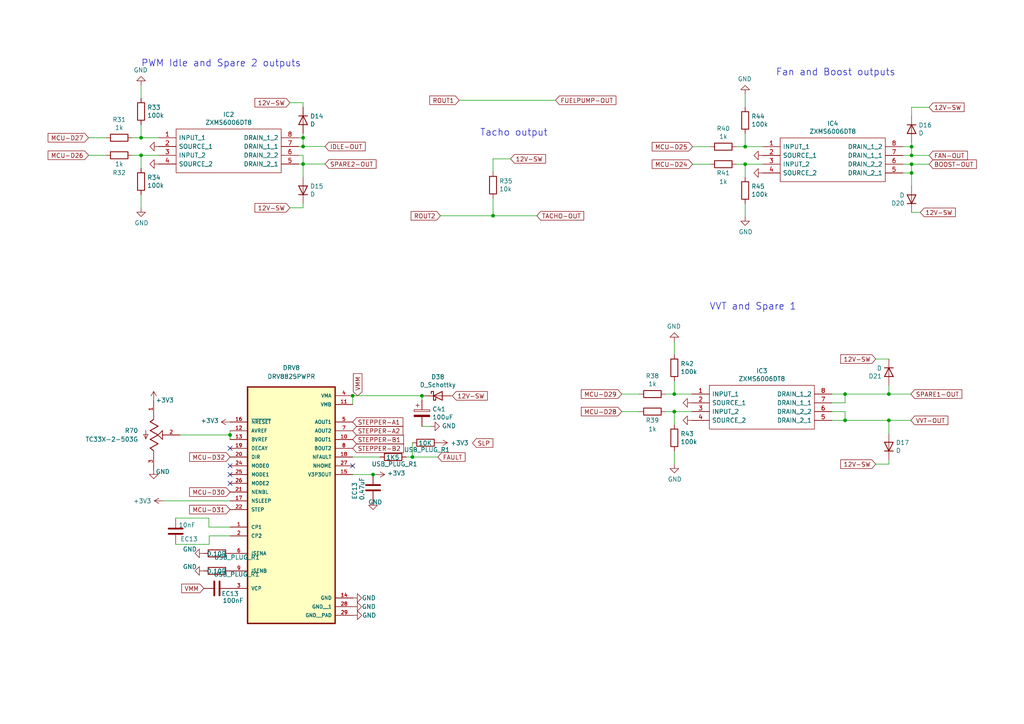
<source format=kicad_sch>
(kicad_sch (version 20230121) (generator eeschema)
  (paper "A4")
  (lib_symbols
    (symbol "AeonLabs_IC:DRV8825PWPR" (pin_names (offset 1.016))
      (property "Reference" "U" (at -12.7 34.02 0))
      (property "Value" "DRV8825PWPR" (at -12.7 -39.56 0))
      (symbol "DRV8825PWPR_0_0"
        (rectangle (start -12.7 -35.56) (end 12.7 33.02) (stroke (width 0.41)) (fill (type background)))
        (pin bidirectional line (at -17.78 -7.62 0) (length 5.08) (name "CP1") (number "1"))
        (pin output line (at 17.78 17.78 180) (length 5.08) (name "BOUT1") (number "10"))
        (pin power_in line (at 17.78 27.94 180) (length 5.08) (name "VMB") (number "11"))
        (pin input line (at -17.78 20.32 0) (length 5.08) (name "AVREF") (number "12"))
        (pin input line (at -17.78 17.78 0) (length 5.08) (name "BVREF") (number "13"))
        (pin power_in line (at 17.8562 -28.1686 180) (length 5.08) (name "GND") (number "14"))
        (pin output line (at 17.78 7.62 180) (length 5.08) (name "V3P3OUT") (number "15"))
        (pin input line (at -17.78 22.86 0) (length 5.08) (name "~{NRESET}") (number "16"))
        (pin input line (at -17.78 0 0) (length 5.08) (name "NSLEEP") (number "17"))
        (pin output line (at 17.78 12.7 180) (length 5.08) (name "NFAULT") (number "18"))
        (pin input line (at -17.78 15.24 0) (length 5.08) (name "DECAY") (number "19"))
        (pin bidirectional line (at -17.78 -10.16 0) (length 5.08) (name "CP2") (number "2"))
        (pin input line (at -17.78 12.7 0) (length 5.08) (name "DIR") (number "20"))
        (pin input line (at -17.78 2.54 0) (length 5.08) (name "NENBL") (number "21"))
        (pin input line (at -17.78 -2.54 0) (length 5.08) (name "STEP") (number "22"))
        (pin input line (at -17.78 10.16 0) (length 5.08) (name "MODE0") (number "24"))
        (pin input line (at -17.78 7.62 0) (length 5.08) (name "MODE1") (number "25"))
        (pin input line (at -17.78 5.08 0) (length 5.08) (name "MODE2") (number "26"))
        (pin output line (at 17.78 10.16 180) (length 5.08) (name "NHOME") (number "27"))
        (pin power_in line (at 17.8562 -30.7086 180) (length 5.08) (name "GND__1") (number "28"))
        (pin bidirectional line (at -17.78 -25.4 0) (length 5.08) (name "VCP") (number "3"))
        (pin power_in line (at 17.78 30.48 180) (length 5.08) (name "VMA") (number "4"))
        (pin output line (at 17.78 22.86 180) (length 5.08) (name "AOUT1") (number "5"))
        (pin bidirectional line (at -17.78 -15.24 0) (length 5.08) (name "ISENA") (number "6"))
        (pin output line (at 17.78 20.32 180) (length 5.08) (name "AOUT2") (number "7"))
        (pin output line (at 17.78 15.24 180) (length 5.08) (name "BOUT2") (number "8"))
        (pin bidirectional line (at -17.78 -20.32 0) (length 5.08) (name "ISENB") (number "9"))
      )
      (symbol "DRV8825PWPR_1_0"
        (pin power_in line (at 17.8816 -33.1978 180) (length 5.08) (name "GND__PAD") (number "29"))
      )
    )
    (symbol "AeonLabs_Power:Trimmer_Potentiometer_3x3mm_TC33X-2-503G" (pin_names (offset 1.016))
      (property "Reference" "R" (at 3.0511 3.8139 0))
      (property "Value" "TC33X-2-503G" (at 2.5421 -5.0842 0))
      (symbol "Trimmer_Potentiometer_3x3mm_TC33X-2-503G_0_0"
        (polyline (pts (xy -4.572 0) (xy -5.08 0)) (stroke (width 0.1524)))
        (polyline (pts (xy -3.81 -1.016) (xy -4.572 0)) (stroke (width 0.254)))
        (polyline (pts (xy -2.54 1.27) (xy -3.81 -1.016)) (stroke (width 0.254)))
        (polyline (pts (xy -1.397 -2.286) (xy 1.143 -2.286)) (stroke (width 0.1524)))
        (polyline (pts (xy -1.27 -1.016) (xy -2.54 1.27)) (stroke (width 0.254)))
        (polyline (pts (xy -1.27 2.54) (xy 1.27 2.54)) (stroke (width 0.2032)))
        (polyline (pts (xy -0.127 -2.921) (xy -0.127 -1.651)) (stroke (width 0.1524)))
        (polyline (pts (xy -0.127 -1.651) (xy 1.143 -2.286)) (stroke (width 0.1524)))
        (polyline (pts (xy 0 1.27) (xy -1.27 -1.016)) (stroke (width 0.254)))
        (polyline (pts (xy 0 1.27) (xy -1.27 2.54)) (stroke (width 0.2032)))
        (polyline (pts (xy 1.143 -2.286) (xy -0.127 -2.921)) (stroke (width 0.1524)))
        (polyline (pts (xy 1.27 -1.016) (xy 0 1.27)) (stroke (width 0.254)))
        (polyline (pts (xy 1.27 2.54) (xy 0 1.27)) (stroke (width 0.2032)))
        (polyline (pts (xy 2.54 1.27) (xy 1.27 -1.016)) (stroke (width 0.254)))
        (polyline (pts (xy 3.81 -1.016) (xy 2.54 1.27)) (stroke (width 0.254)))
        (polyline (pts (xy 4.572 0) (xy 3.81 -1.016)) (stroke (width 0.254)))
        (polyline (pts (xy 5.08 0) (xy 4.572 0)) (stroke (width 0.1524)))
        (pin passive line (at 0 7.62 270) (length 5.08) (name "~") (number "2"))
        (pin passive line (at 10.16 0 180) (length 5.08) (name "~") (number "3"))
      )
      (symbol "Trimmer_Potentiometer_3x3mm_TC33X-2-503G_1_0"
        (pin passive line (at -10.0838 0 0) (length 5.08) (name "") (number "1"))
      )
    )
    (symbol "Device:C" (pin_numbers hide) (pin_names (offset 0.254))
      (property "Reference" "C" (at 0.635 2.54 0))
      (property "Value" "C" (at 0.635 -2.54 0))
      (symbol "C_0_1"
        (polyline (pts (xy -2.032 -0.762) (xy 2.032 -0.762)) (stroke (width 0.508)))
        (polyline (pts (xy -2.032 0.762) (xy 2.032 0.762)) (stroke (width 0.508)))
      )
      (symbol "C_1_1"
        (pin passive line (at 0 3.81 270) (length 2.794) (name "~") (number "1"))
        (pin passive line (at 0 -3.81 90) (length 2.794) (name "~") (number "2"))
      )
    )
    (symbol "Device:CP" (pin_numbers hide) (pin_names (offset 0.254))
      (property "Reference" "C" (at 0.635 2.54 0))
      (property "Value" "Device_CP" (at 0.635 -2.54 0))
      (symbol "CP_0_1"
        (rectangle (start -2.286 0.508) (end 2.286 1.016))
        (polyline (pts (xy -1.778 2.286) (xy -0.762 2.286)))
        (polyline (pts (xy -1.27 2.794) (xy -1.27 1.778)))
        (rectangle (start 2.286 -0.508) (end -2.286 -1.016) (fill (type outline)))
      )
      (symbol "CP_1_1"
        (pin passive line (at 0 3.81 270) (length 2.794) (name "~") (number "1"))
        (pin passive line (at 0 -3.81 90) (length 2.794) (name "~") (number "2"))
      )
    )
    (symbol "Device:D" (pin_numbers hide) (pin_names (offset 1.016) hide)
      (property "Reference" "D" (at 0 2.54 0))
      (property "Value" "D" (at 0 -2.54 0))
      (symbol "D_0_1"
        (polyline (pts (xy -1.27 1.27) (xy -1.27 -1.27)) (stroke (width 0.254)))
        (polyline (pts (xy 1.27 0) (xy -1.27 0)))
        (polyline (pts (xy 1.27 1.27) (xy 1.27 -1.27) (xy -1.27 0) (xy 1.27 1.27)) (stroke (width 0.254)))
      )
      (symbol "D_1_1"
        (pin passive line (at -3.81 0 0) (length 2.54) (name "K") (number "1"))
        (pin passive line (at 3.81 0 180) (length 2.54) (name "A") (number "2"))
      )
    )
    (symbol "Device:D_Schottky" (pin_numbers hide) (pin_names (offset 1.016) hide)
      (property "Reference" "D" (at 0 2.54 0))
      (property "Value" "D_Schottky" (at 0 -2.54 0))
      (symbol "D_Schottky_0_1"
        (polyline (pts (xy 1.27 0) (xy -1.27 0)))
        (polyline (pts (xy 1.27 1.27) (xy 1.27 -1.27) (xy -1.27 0) (xy 1.27 1.27)) (stroke (width 0.254)))
        (polyline (pts (xy -1.905 0.635) (xy -1.905 1.27) (xy -1.27 1.27) (xy -1.27 -1.27) (xy -0.635 -1.27) (xy -0.635 -0.635)) (stroke (width 0.254)))
      )
      (symbol "D_Schottky_1_1"
        (pin passive line (at -3.81 0 0) (length 2.54) (name "K") (number "1"))
        (pin passive line (at 3.81 0 180) (length 2.54) (name "A") (number "2"))
      )
    )
    (symbol "Device:R" (pin_numbers hide) (pin_names (offset 0))
      (property "Reference" "R" (at 2.032 0 90))
      (property "Value" "R" (at 0 0 90))
      (symbol "R_0_1"
        (rectangle (start -1.016 -2.54) (end 1.016 2.54) (stroke (width 0.254)))
      )
      (symbol "R_1_1"
        (pin passive line (at 0 3.81 270) (length 1.27) (name "~") (number "1"))
        (pin passive line (at 0 -3.81 90) (length 1.27) (name "~") (number "2"))
      )
    )
    (symbol "IC_Automotive:ZXMS6006DT8" (pin_names (offset 0.762))
      (property "Reference" "IC" (at 36.83 7.62 0))
      (property "Value" "ZXMS6006DT8" (at 36.83 5.08 0))
      (symbol "ZXMS6006DT8_0_0"
        (pin passive line (at 0 0 0) (length 5.08) (name "INPUT_1") (number "1"))
        (pin passive line (at 0 -2.54 0) (length 5.08) (name "SOURCE_1") (number "2"))
        (pin passive line (at 0 -5.08 0) (length 5.08) (name "INPUT_2") (number "3"))
        (pin passive line (at 0 -7.62 0) (length 5.08) (name "SOURCE_2") (number "4"))
        (pin passive line (at 40.64 -7.62 180) (length 5.08) (name "DRAIN_2_1") (number "5"))
        (pin passive line (at 40.64 -5.08 180) (length 5.08) (name "DRAIN_2_2") (number "6"))
        (pin passive line (at 40.64 -2.54 180) (length 5.08) (name "DRAIN_1_1") (number "7"))
        (pin passive line (at 40.64 0 180) (length 5.08) (name "DRAIN_1_2") (number "8"))
      )
      (symbol "ZXMS6006DT8_0_1"
        (polyline (pts (xy 5.08 2.54) (xy 35.56 2.54) (xy 35.56 -10.16) (xy 5.08 -10.16) (xy 5.08 2.54)) (stroke (width 0.1524)))
      )
    )
    (symbol "power:+3V3" (power) (pin_names (offset 0))
      (property "Value" "+3V3" (at 0 3.556 0))
      (symbol "+3V3_0_1"
        (polyline (pts (xy -0.762 1.27) (xy 0 2.54)))
        (polyline (pts (xy 0 0) (xy 0 2.54)))
        (polyline (pts (xy 0 2.54) (xy 0.762 1.27)))
      )
      (symbol "+3V3_1_1"
        (pin power_in line (at 0 0 90) (length 0) hide (name "+3V3") (number "1"))
      )
    )
    (symbol "power:GND" (power) (pin_names (offset 0))
      (property "Value" "GND" (at 0 -3.81 0))
      (symbol "GND_0_1"
        (polyline (pts (xy 0 0) (xy 0 -1.27) (xy 1.27 -1.27) (xy 0 -2.54) (xy -1.27 -1.27) (xy 0 -1.27)))
      )
      (symbol "GND_1_1"
        (pin power_in line (at 0 0 270) (length 0) hide (name "GND") (number "1"))
      )
    )
  )
  (junction (at 66.7258 126.1618))
  (junction (at 40.9194 39.9542))
  (junction (at 195.58 114.3))
  (junction (at 87.9094 42.4942))
  (junction (at 108.204 137.6426))
  (junction (at 40.9194 45.0342))
  (junction (at 216.1286 47.625))
  (junction (at 195.58 119.38))
  (junction (at 264.3886 47.625))
  (junction (at 102.2858 114.7826))
  (junction (at 216.1286 42.545))
  (junction (at 245.11 121.92))
  (junction (at 245.11 114.3))
  (junction (at 122.3772 114.808))
  (junction (at 264.3886 50.165))
  (junction (at 257.81 121.92))
  (junction (at 87.9094 39.9542))
  (junction (at 119.6086 132.5626))
  (junction (at 143.002 62.5856))
  (junction (at 264.3886 45.085))
  (junction (at 257.81 114.3))
  (junction (at 87.9094 47.5742))
  (junction (at 264.3886 42.545))
  (no_connect (at 66.7258 130.0226))
  (no_connect (at 66.7258 137.6426))
  (no_connect (at 102.2858 135.1026))
  (no_connect (at 66.7258 140.1826))
  (no_connect (at 66.7258 135.1026))
  (wire (pts (xy 87.9094 59.0042) (xy 87.9094 60.2742)))
  (wire (pts (xy 245.11 119.38) (xy 245.11 121.92)))
  (wire (pts (xy 245.11 116.84) (xy 245.11 114.3)))
  (wire (pts (xy 261.8486 47.625) (xy 264.3886 47.625)))
  (wire (pts (xy 40.9194 28.5242) (xy 40.9194 24.7142)))
  (wire (pts (xy 261.8486 45.085) (xy 264.3886 45.085)))
  (wire (pts (xy 257.81 133.35) (xy 257.81 134.62)))
  (wire (pts (xy 102.2858 114.7826) (xy 122.3772 114.7826)))
  (wire (pts (xy 66.7258 152.8826) (xy 60.579 152.8826)))
  (wire (pts (xy 40.9194 39.9542) (xy 45.9994 39.9542)))
  (wire (pts (xy 216.1286 38.735) (xy 216.1286 42.545)))
  (wire (pts (xy 127.762 62.5856) (xy 143.002 62.5856)))
  (wire (pts (xy 264.3886 31.115) (xy 264.3886 33.655)))
  (wire (pts (xy 241.3 116.84) (xy 245.11 116.84)))
  (wire (pts (xy 66.7258 124.9426) (xy 66.7258 126.1618)))
  (wire (pts (xy 264.3886 47.625) (xy 264.3886 50.165)))
  (wire (pts (xy 245.11 121.92) (xy 257.81 121.92)))
  (wire (pts (xy 143.002 62.5856) (xy 155.702 62.5856)))
  (wire (pts (xy 87.9094 47.5742) (xy 86.6394 47.5742)))
  (wire (pts (xy 195.58 110.49) (xy 195.58 114.3)))
  (wire (pts (xy 60.579 150.2664) (xy 50.9524 150.2664)))
  (wire (pts (xy 200.8886 47.625) (xy 205.9686 47.625)))
  (wire (pts (xy 87.9094 29.7942) (xy 87.9094 31.0642)))
  (wire (pts (xy 87.9094 47.5742) (xy 87.9094 51.3842)))
  (wire (pts (xy 241.3 119.38) (xy 245.11 119.38)))
  (wire (pts (xy 87.9094 45.0342) (xy 87.9094 47.5742)))
  (wire (pts (xy 40.9194 48.8442) (xy 40.9194 45.0342)))
  (wire (pts (xy 195.58 102.87) (xy 195.58 99.06)))
  (wire (pts (xy 180.34 119.38) (xy 185.42 119.38)))
  (wire (pts (xy 66.7258 126.1618) (xy 66.7258 127.4826)))
  (wire (pts (xy 264.3886 31.115) (xy 269.4686 31.115)))
  (wire (pts (xy 110.2106 132.5626) (xy 102.2858 132.5626)))
  (wire (pts (xy 133.1722 29.083) (xy 161.1122 29.083)))
  (wire (pts (xy 205.9686 42.545) (xy 200.8886 42.545)))
  (wire (pts (xy 261.8486 42.545) (xy 264.3886 42.545)))
  (wire (pts (xy 213.5886 42.545) (xy 216.1286 42.545)))
  (wire (pts (xy 38.3794 39.9542) (xy 40.9194 39.9542)))
  (wire (pts (xy 257.81 121.92) (xy 264.16 121.92)))
  (wire (pts (xy 264.3886 50.165) (xy 264.3886 53.975)))
  (wire (pts (xy 143.002 46.0756) (xy 143.002 49.8856)))
  (wire (pts (xy 52.197 126.1618) (xy 66.7258 126.1618)))
  (wire (pts (xy 216.1286 42.545) (xy 221.2086 42.545)))
  (wire (pts (xy 195.58 123.19) (xy 195.58 119.38)))
  (wire (pts (xy 25.6794 45.0342) (xy 30.7594 45.0342)))
  (wire (pts (xy 213.5886 47.625) (xy 216.1286 47.625)))
  (wire (pts (xy 60.579 152.8826) (xy 60.579 150.2664)))
  (wire (pts (xy 241.3 114.3) (xy 245.11 114.3)))
  (wire (pts (xy 216.1286 31.115) (xy 216.1286 27.305)))
  (wire (pts (xy 119.6086 132.5626) (xy 117.8306 132.5626)))
  (wire (pts (xy 124.9172 123.6726) (xy 122.3772 123.6726)))
  (wire (pts (xy 108.204 137.6426) (xy 109.0168 137.6426)))
  (wire (pts (xy 264.3886 42.545) (xy 264.3886 45.085)))
  (wire (pts (xy 102.2858 114.7826) (xy 102.2858 117.3226)))
  (wire (pts (xy 264.3886 47.625) (xy 269.4686 47.625)))
  (wire (pts (xy 254 104.14) (xy 257.81 104.14)))
  (wire (pts (xy 264.3886 61.595) (xy 266.9286 61.595)))
  (wire (pts (xy 193.04 119.38) (xy 195.58 119.38)))
  (wire (pts (xy 87.9094 38.6842) (xy 87.9094 39.9542)))
  (wire (pts (xy 257.81 111.76) (xy 257.81 114.3)))
  (wire (pts (xy 216.1286 51.435) (xy 216.1286 47.625)))
  (wire (pts (xy 241.3 121.92) (xy 245.11 121.92)))
  (wire (pts (xy 60.6806 155.4226) (xy 60.6806 157.8864)))
  (wire (pts (xy 86.6394 45.0342) (xy 87.9094 45.0342)))
  (wire (pts (xy 40.9194 36.1442) (xy 40.9194 39.9542)))
  (wire (pts (xy 216.1286 47.625) (xy 221.2086 47.625)))
  (wire (pts (xy 47.3202 145.2626) (xy 66.7258 145.2626)))
  (wire (pts (xy 87.9094 60.2742) (xy 84.0994 60.2742)))
  (wire (pts (xy 143.002 57.5056) (xy 143.002 62.5856)))
  (wire (pts (xy 257.81 114.3) (xy 264.16 114.3)))
  (wire (pts (xy 122.3772 114.808) (xy 122.3772 114.7826)))
  (wire (pts (xy 195.58 119.38) (xy 200.66 119.38)))
  (wire (pts (xy 30.7594 39.9542) (xy 25.6794 39.9542)))
  (wire (pts (xy 216.1286 59.055) (xy 216.1286 62.865)))
  (wire (pts (xy 60.6806 157.8864) (xy 50.9524 157.8864)))
  (wire (pts (xy 38.3794 45.0342) (xy 40.9194 45.0342)))
  (wire (pts (xy 131.191 114.808) (xy 130.81 114.808)))
  (wire (pts (xy 257.81 121.92) (xy 257.81 125.73)))
  (wire (pts (xy 84.0994 29.7942) (xy 87.9094 29.7942)))
  (wire (pts (xy 122.3772 116.0526) (xy 122.3772 114.808)))
  (wire (pts (xy 87.9094 39.9542) (xy 87.9094 42.4942)))
  (wire (pts (xy 87.9094 42.4942) (xy 86.6394 42.4942)))
  (wire (pts (xy 193.04 114.3) (xy 195.58 114.3)))
  (wire (pts (xy 86.6394 39.9542) (xy 87.9094 39.9542)))
  (wire (pts (xy 108.204 137.6426) (xy 102.2858 137.6426)))
  (wire (pts (xy 94.2594 42.4942) (xy 87.9094 42.4942)))
  (wire (pts (xy 264.3886 41.275) (xy 264.3886 42.545)))
  (wire (pts (xy 87.9094 47.5742) (xy 94.2594 47.5742)))
  (wire (pts (xy 40.9194 56.4642) (xy 40.9194 60.2742)))
  (wire (pts (xy 195.58 130.81) (xy 195.58 134.62)))
  (wire (pts (xy 261.8486 50.165) (xy 264.3886 50.165)))
  (wire (pts (xy 148.082 46.0756) (xy 143.002 46.0756)))
  (wire (pts (xy 126.9746 132.5626) (xy 119.6086 132.5626)))
  (wire (pts (xy 195.58 114.3) (xy 200.66 114.3)))
  (wire (pts (xy 264.3886 45.085) (xy 269.4686 45.085)))
  (wire (pts (xy 119.6086 128.4224) (xy 119.6086 132.5626)))
  (wire (pts (xy 40.9194 45.0342) (xy 45.9994 45.0342)))
  (wire (pts (xy 245.11 114.3) (xy 257.81 114.3)))
  (wire (pts (xy 123.19 114.808) (xy 122.3772 114.808)))
  (wire (pts (xy 66.7258 155.4226) (xy 60.6806 155.4226)))
  (wire (pts (xy 257.81 134.62) (xy 254 134.62)))
  (wire (pts (xy 185.42 114.3) (xy 180.34 114.3)))
  (text "Fan and Boost outputs" (at 225.0186 22.225 0) (effects (font (size 1.9812 1.9812)) (justify left bottom)))
  (text "Fuel pump relay" (at 137.7696 -88.8238 0) (effects (font (size 1.9812 1.9812)) (justify left bottom)))
  (text "PWM Idle and Spare 2 outputs" (at 40.9194 19.6342 0) (effects (font (size 1.9812 1.9812)) (justify left bottom)))
  (text "Tacho output" (at 139.192 39.7256 0) (effects (font (size 1.9812 1.9812)) (justify left bottom)))
  (text "VVT and Spare 1" (at 205.74 90.17 0) (effects (font (size 1.9812 1.9812)) (justify left bottom)))
  (global_label "STEPPER-A1" (shape input) (at 102.2858 122.4026 0) (property "Intersheetrefs" "${INTERSHEET_REFS}" (effects hide)))
  (global_label "12V-SW" (shape input) (at 148.082 46.0756 0) (property "Intersheetrefs" "${INTERSHEET_REFS}" (effects hide)))
  (global_label "MCU-D32" (shape input) (at 66.7258 132.5626 180) (property "Intersheetrefs" "${INTERSHEET_REFS}" (effects hide)))
  (global_label "SLP" (shape input) (at 137.033 128.4986 0) (property "Intersheetrefs" "${INTERSHEET_REFS}" (effects hide)))
  (global_label "IDLE-OUT" (shape input) (at 94.2594 42.4942 0) (property "Intersheetrefs" "${INTERSHEET_REFS}" (effects hide)))
  (global_label "MCU-D28" (shape input) (at 180.34 119.38 180) (property "Intersheetrefs" "${INTERSHEET_REFS}" (effects hide)))
  (global_label "12V-SW" (shape input) (at 84.0994 60.2742 180) (property "Intersheetrefs" "${INTERSHEET_REFS}" (effects hide)))
  (global_label "SPARE2-OUT" (shape input) (at 94.2594 47.5742 0) (property "Intersheetrefs" "${INTERSHEET_REFS}" (effects hide)))
  (global_label "BOOST-OUT" (shape input) (at 269.4686 47.625 0) (property "Intersheetrefs" "${INTERSHEET_REFS}" (effects hide)))
  (global_label "TACHO-OUT" (shape input) (at 155.702 62.5856 0) (property "Intersheetrefs" "${INTERSHEET_REFS}" (effects hide)))
  (global_label "12V-SW" (shape input) (at 254 134.62 180) (property "Intersheetrefs" "${INTERSHEET_REFS}" (effects hide)))
  (global_label "12V-SW" (shape input) (at 84.0994 29.7942 180) (property "Intersheetrefs" "${INTERSHEET_REFS}" (effects hide)))
  (global_label "MCU-D26" (shape input) (at 25.6794 45.0342 180) (property "Intersheetrefs" "${INTERSHEET_REFS}" (effects hide)))
  (global_label "MCU-D30" (shape input) (at 66.7258 142.7226 180) (property "Intersheetrefs" "${INTERSHEET_REFS}" (effects hide)))
  (global_label "VVT-OUT" (shape input) (at 264.16 121.92 0) (property "Intersheetrefs" "${INTERSHEET_REFS}" (effects hide)))
  (global_label "SPARE1-OUT" (shape input) (at 264.16 114.3 0) (property "Intersheetrefs" "${INTERSHEET_REFS}" (effects hide)))
  (global_label "ROUT2" (shape input) (at 127.762 62.5856 180) (property "Intersheetrefs" "${INTERSHEET_REFS}" (effects hide)))
  (global_label "STEPPER-B2" (shape input) (at 102.2858 130.0226 0) (property "Intersheetrefs" "${INTERSHEET_REFS}" (effects hide)))
  (global_label "STEPPER-A2" (shape input) (at 102.2858 124.9426 0) (property "Intersheetrefs" "${INTERSHEET_REFS}" (effects hide)))
  (global_label "FAN-OUT" (shape input) (at 269.4686 45.085 0) (property "Intersheetrefs" "${INTERSHEET_REFS}" (effects hide)))
  (global_label "FAULT" (shape input) (at 126.9746 132.5626 0) (property "Intersheetrefs" "${INTERSHEET_REFS}" (effects hide)))
  (global_label "ROUT1" (shape input) (at 133.1722 29.083 180) (property "Intersheetrefs" "${INTERSHEET_REFS}" (effects hide)))
  (global_label "FUELPUMP-OUT" (shape input) (at 161.1122 29.083 0) (property "Intersheetrefs" "${INTERSHEET_REFS}" (effects hide)))
  (global_label "12V-SW" (shape input) (at 131.191 114.808 0) (property "Intersheetrefs" "${INTERSHEET_REFS}" (effects hide)))
  (global_label "MCU-D29" (shape input) (at 180.34 114.3 180) (property "Intersheetrefs" "${INTERSHEET_REFS}" (effects hide)))
  (global_label "MCU-D25" (shape input) (at 200.8886 42.545 180) (property "Intersheetrefs" "${INTERSHEET_REFS}" (effects hide)))
  (global_label "MCU-D31" (shape input) (at 66.7258 147.8026 180) (property "Intersheetrefs" "${INTERSHEET_REFS}" (effects hide)))
  (global_label "STEPPER-B1" (shape input) (at 102.2858 127.4826 0) (property "Intersheetrefs" "${INTERSHEET_REFS}" (effects hide)))
  (global_label "MCU-D27" (shape input) (at 25.6794 39.9542 180) (property "Intersheetrefs" "${INTERSHEET_REFS}" (effects hide)))
  (global_label "MCU-D24" (shape input) (at 200.8886 47.625 180) (property "Intersheetrefs" "${INTERSHEET_REFS}" (effects hide)))
  (global_label "12V-SW" (shape input) (at 269.4686 31.115 0) (property "Intersheetrefs" "${INTERSHEET_REFS}" (effects hide)))
  (global_label "VMM" (shape input) (at 59.1058 170.6626 180) (property "Intersheetrefs" "${INTERSHEET_REFS}" (effects hide)))
  (global_label "12V-SW" (shape input) (at 254 104.14 180) (property "Intersheetrefs" "${INTERSHEET_REFS}" (effects hide)))
  (global_label "12V-SW" (shape input) (at 266.9286 61.595 0) (property "Intersheetrefs" "${INTERSHEET_REFS}" (effects hide)))
  (global_label "VMM" (shape input) (at 103.7336 114.7826 90) (property "Intersheetrefs" "${INTERSHEET_REFS}" (effects hide)))
  (symbol (lib_id "Device:R") (at 189.23 114.3 270) (unit 1)
    (property "Reference" "R38" (at 189.23 109.0422 90))
    (property "Value" "1k" (at 189.23 111.3536 90))
    (property "Footprint" "Resistor_SMD:R_0805_2012Metric" (effects hide))
    (property "Manufacturer_Name" "Yageo" (effects hide))
    (property "Manufacturer_Part_Number" "RC0805FR-071KL" (effects hide))
    (property "URL" "https://www.digikey.com/product-detail/en/yageo/RC0805FR-071KL/311-1.00KCRCT-ND/730391" (effects hide))
    (property "Digikey Part Number" "311-1.00KCRCT-ND" (effects hide))
  )
  (symbol (lib_id "Device:R") (at 189.23 119.38 270) (unit 1)
    (property "Reference" "R39" (at 189.23 121.92 90))
    (property "Value" "1k" (at 189.23 124.46 90))
    (property "Footprint" "Resistor_SMD:R_0805_2012Metric" (effects hide))
    (property "Manufacturer_Name" "Yageo" (effects hide))
    (property "Manufacturer_Part_Number" "RC0805FR-071KL" (effects hide))
    (property "URL" "https://www.digikey.com/product-detail/en/yageo/RC0805FR-071KL/311-1.00KCRCT-ND/730391" (effects hide))
    (property "Digikey Part Number" "311-1.00KCRCT-ND" (effects hide))
  )
  (symbol (lib_id "Device:R") (at 195.58 127 180) (unit 1)
    (property "Reference" "R43" (at 197.358 125.8316 0) (effects (justify right)))
    (property "Value" "100k" (at 197.358 128.143 0) (effects (justify right)))
    (property "Footprint" "Resistor_SMD:R_0805_2012Metric" (effects hide))
    (property "Manufacturer_Name" "Yageo" (effects hide))
    (property "Manufacturer_Part_Number" "RC0805FR-07100KL" (effects hide))
    (property "URL" "https://www.digikey.com/product-detail/en/yageo/RC0805FR-07100KL/311-100KCRCT-ND/730491" (effects hide))
    (property "Digikey Part Number" "311-100KCRCT-ND" (effects hide))
  )
  (symbol (lib_id "Device:R") (at 195.58 106.68 180) (unit 1)
    (property "Reference" "R42" (at 197.358 105.5116 0) (effects (justify right)))
    (property "Value" "100k" (at 197.358 107.823 0) (effects (justify right)))
    (property "Footprint" "Resistor_SMD:R_0805_2012Metric" (effects hide))
    (property "Manufacturer_Name" "Yageo" (effects hide))
    (property "Manufacturer_Part_Number" "RC0805FR-07100KL" (effects hide))
    (property "URL" "https://www.digikey.com/product-detail/en/yageo/RC0805FR-07100KL/311-100KCRCT-ND/730491" (effects hide))
    (property "Digikey Part Number" "311-100KCRCT-ND" (effects hide))
  )
  (symbol (lib_id "power:GND") (at 195.58 99.06 180) (unit 1)
    (property "Reference" "#PWR0177" (effects hide))
    (property "Value" "GND" (at 195.453 94.6658 0))
  )
  (symbol (lib_id "power:GND") (at 195.58 134.62 0) (unit 1)
    (property "Reference" "#PWR0178" (effects hide))
    (property "Value" "GND" (at 195.707 139.0142 0))
  )
  (symbol (lib_id "Device:D") (at 257.81 129.54 90) (unit 1)
    (property "Reference" "D17" (at 259.8166 128.3716 90) (effects (justify right)))
    (property "Value" "D" (at 259.8166 130.683 90) (effects (justify right)))
    (property "Footprint" "Diode_SMD:D_SOD-323" (effects hide))
    (property "Manufacturer_Name" "MCC" (effects hide))
    (property "Manufacturer_Part_Number" "1N4448WX-TP" (effects hide))
    (property "URL" "https://www.digikey.com/product-detail/en/micro-commercial-co/1N4448WX-TP/1N4448WXTPMSCT-ND/789338" (effects hide))
    (property "Digikey Part Number" "1N4448WXTPMSCT-ND" (effects hide))
  )
  (symbol (lib_id "Device:D") (at 264.3886 37.465 270) (unit 1)
    (property "Reference" "D16" (at 266.3952 36.2966 90) (effects (justify left)))
    (property "Value" "D" (at 266.3952 38.608 90) (effects (justify left)))
    (property "Footprint" "Diode_SMD:D_SOD-323" (effects hide))
    (property "Manufacturer_Name" "MCC" (effects hide))
    (property "Manufacturer_Part_Number" "1N4448WX-TP" (effects hide))
    (property "URL" "https://www.digikey.com/product-detail/en/micro-commercial-co/1N4448WX-TP/1N4448WXTPMSCT-ND/789338" (effects hide))
    (property "Digikey Part Number" "1N4448WXTPMSCT-ND" (effects hide))
  )
  (symbol (lib_id "Device:R") (at 34.5694 39.9542 270) (unit 1)
    (property "Reference" "R31" (at 34.5694 34.6964 90))
    (property "Value" "1k" (at 34.5694 37.0078 90))
    (property "Footprint" "Resistor_SMD:R_0805_2012Metric" (effects hide))
    (property "Manufacturer_Name" "Yageo" (effects hide))
    (property "Manufacturer_Part_Number" "RC0805FR-071KL" (effects hide))
    (property "URL" "https://www.digikey.com/product-detail/en/yageo/RC0805FR-071KL/311-1.00KCRCT-ND/730391" (effects hide))
    (property "Digikey Part Number" "311-1.00KCRCT-ND" (effects hide))
  )
  (symbol (lib_id "Device:R") (at 34.5694 45.0342 270) (unit 1)
    (property "Reference" "R32" (at 34.5694 50.1142 90))
    (property "Value" "1k" (at 34.5694 47.5742 90))
    (property "Footprint" "Resistor_SMD:R_0805_2012Metric" (effects hide))
    (property "Manufacturer_Name" "Yageo" (effects hide))
    (property "Manufacturer_Part_Number" "RC0805FR-071KL" (effects hide))
    (property "URL" "https://www.digikey.com/product-detail/en/yageo/RC0805FR-071KL/311-1.00KCRCT-ND/730391" (effects hide))
    (property "Digikey Part Number" "311-1.00KCRCT-ND" (effects hide))
  )
  (symbol (lib_id "Device:R") (at 40.9194 52.6542 180) (unit 1)
    (property "Reference" "R34" (at 42.6974 51.4858 0) (effects (justify right)))
    (property "Value" "100k" (at 42.6974 53.7972 0) (effects (justify right)))
    (property "Footprint" "Resistor_SMD:R_0805_2012Metric" (effects hide))
    (property "Manufacturer_Name" "Yageo" (effects hide))
    (property "Manufacturer_Part_Number" "RC0805FR-07100KL" (effects hide))
    (property "URL" "https://www.digikey.com/product-detail/en/yageo/RC0805FR-07100KL/311-100KCRCT-ND/730491" (effects hide))
    (property "Digikey Part Number" "311-100KCRCT-ND" (effects hide))
  )
  (symbol (lib_id "Device:R") (at 40.9194 32.3342 180) (unit 1)
    (property "Reference" "R33" (at 42.6974 31.1658 0) (effects (justify right)))
    (property "Value" "100k" (at 42.6974 33.4772 0) (effects (justify right)))
    (property "Footprint" "Resistor_SMD:R_0805_2012Metric" (effects hide))
    (property "Manufacturer_Name" "Yageo" (effects hide))
    (property "Manufacturer_Part_Number" "RC0805FR-07100KL" (effects hide))
    (property "URL" "https://www.digikey.com/product-detail/en/yageo/RC0805FR-07100KL/311-100KCRCT-ND/730491" (effects hide))
    (property "Digikey Part Number" "311-100KCRCT-ND" (effects hide))
  )
  (symbol (lib_id "power:GND") (at 40.9194 24.7142 180) (unit 1)
    (property "Reference" "#PWR0166" (effects hide))
    (property "Value" "GND" (at 40.7924 20.32 0))
  )
  (symbol (lib_id "power:GND") (at 40.9194 60.2742 0) (unit 1)
    (property "Reference" "#PWR0167" (effects hide))
    (property "Value" "GND" (at 41.0464 64.6684 0))
  )
  (symbol (lib_id "Device:R") (at 209.7786 42.545 270) (unit 1)
    (property "Reference" "R40" (at 209.7786 37.2872 90))
    (property "Value" "1k" (at 209.7786 39.5986 90))
    (property "Footprint" "Resistor_SMD:R_0805_2012Metric" (effects hide))
    (property "Manufacturer_Name" "Yageo" (effects hide))
    (property "Manufacturer_Part_Number" "RC0805FR-071KL" (effects hide))
    (property "URL" "https://www.digikey.com/product-detail/en/yageo/RC0805FR-071KL/311-1.00KCRCT-ND/730391" (effects hide))
    (property "Digikey Part Number" "311-1.00KCRCT-ND" (effects hide))
  )
  (symbol (lib_id "Device:R") (at 209.7786 47.625 270) (unit 1)
    (property "Reference" "R41" (at 209.7786 50.165 90))
    (property "Value" "1k" (at 209.7786 52.705 90))
    (property "Footprint" "Resistor_SMD:R_0805_2012Metric" (effects hide))
    (property "Manufacturer_Name" "Yageo" (effects hide))
    (property "Manufacturer_Part_Number" "RC0805FR-071KL" (effects hide))
    (property "URL" "https://www.digikey.com/product-detail/en/yageo/RC0805FR-071KL/311-1.00KCRCT-ND/730391" (effects hide))
    (property "Digikey Part Number" "311-1.00KCRCT-ND" (effects hide))
  )
  (symbol (lib_id "Device:R") (at 216.1286 55.245 180) (unit 1)
    (property "Reference" "R45" (at 217.9066 54.0766 0) (effects (justify right)))
    (property "Value" "100k" (at 217.9066 56.388 0) (effects (justify right)))
    (property "Footprint" "Resistor_SMD:R_0805_2012Metric" (effects hide))
    (property "Manufacturer_Name" "Yageo" (effects hide))
    (property "Manufacturer_Part_Number" "RC0805FR-07100KL" (effects hide))
    (property "URL" "https://www.digikey.com/product-detail/en/yageo/RC0805FR-07100KL/311-100KCRCT-ND/730491" (effects hide))
    (property "Digikey Part Number" "311-100KCRCT-ND" (effects hide))
  )
  (symbol (lib_id "Device:R") (at 216.1286 34.925 180) (unit 1)
    (property "Reference" "R44" (at 217.9066 33.7566 0) (effects (justify right)))
    (property "Value" "100k" (at 217.9066 36.068 0) (effects (justify right)))
    (property "Footprint" "Resistor_SMD:R_0805_2012Metric" (effects hide))
    (property "Manufacturer_Name" "Yageo" (effects hide))
    (property "Manufacturer_Part_Number" "RC0805FR-07100KL" (effects hide))
    (property "URL" "https://www.digikey.com/product-detail/en/yageo/RC0805FR-07100KL/311-100KCRCT-ND/730491" (effects hide))
    (property "Digikey Part Number" "311-100KCRCT-ND" (effects hide))
  )
  (symbol (lib_id "power:GND") (at 216.1286 27.305 180) (unit 1)
    (property "Reference" "#PWR0170" (effects hide))
    (property "Value" "GND" (at 216.0016 22.9108 0))
  )
  (symbol (lib_id "power:GND") (at 216.1286 62.865 0) (unit 1)
    (property "Reference" "#PWR0171" (effects hide))
    (property "Value" "GND" (at 216.2556 67.2592 0))
  )
  (symbol (lib_id "Device:D") (at 87.9094 55.1942 90) (unit 1)
    (property "Reference" "D15" (at 89.916 54.0258 90) (effects (justify right)))
    (property "Value" "D" (at 89.916 56.3372 90) (effects (justify right)))
    (property "Footprint" "Diode_SMD:D_SOD-323" (effects hide))
    (property "Manufacturer_Name" "MCC" (effects hide))
    (property "Manufacturer_Part_Number" "1N4448WX-TP" (effects hide))
    (property "URL" "https://www.digikey.com/product-detail/en/micro-commercial-co/1N4448WX-TP/1N4448WXTPMSCT-ND/789338" (effects hide))
    (property "Digikey Part Number" "1N4448WXTPMSCT-ND" (effects hide))
  )
  (symbol (lib_id "Device:D") (at 87.9094 34.8742 270) (unit 1)
    (property "Reference" "D14" (at 89.916 33.7058 90) (effects (justify left)))
    (property "Value" "D" (at 89.916 36.0172 90) (effects (justify left)))
    (property "Footprint" "Diode_SMD:D_SOD-323" (effects hide))
    (property "Manufacturer_Name" "MCC" (effects hide))
    (property "Manufacturer_Part_Number" "1N4448WX-TP" (effects hide))
    (property "URL" "https://www.digikey.com/product-detail/en/micro-commercial-co/1N4448WX-TP/1N4448WXTPMSCT-ND/789338" (effects hide))
    (property "Digikey Part Number" "1N4448WXTPMSCT-ND" (effects hide))
  )
  (symbol (lib_id "Device:R") (at 143.002 53.6956 180) (unit 1)
    (property "Reference" "R35" (at 144.78 52.5272 0) (effects (justify right)))
    (property "Value" "10k" (at 144.78 54.8386 0) (effects (justify right)))
    (property "Footprint" "Resistor_SMD:R_0805_2012Metric" (effects hide))
    (property "Manufacturer_Name" "Yageo" (effects hide))
    (property "Manufacturer_Part_Number" "RC0805JR-0710KL" (effects hide))
    (property "URL" "https://www.digikey.com/product-detail/en/yageo/RC0805JR-0710KL/311-10KARCT-ND/731188" (effects hide))
    (property "Digikey Part Number" "311-10KARCT-ND" (effects hide))
  )
  (symbol (lib_id "Device:D") (at 264.3886 57.785 90) (unit 1)
    (property "Reference" "D20" (at 262.382 58.9534 90) (effects (justify left)))
    (property "Value" "D" (at 262.382 56.642 90) (effects (justify left)))
    (property "Footprint" "Diode_SMD:D_SOD-323" (effects hide))
    (property "Manufacturer_Name" "MCC" (effects hide))
    (property "Manufacturer_Part_Number" "1N4448WX-TP" (effects hide))
    (property "URL" "https://www.digikey.com/product-detail/en/micro-commercial-co/1N4448WX-TP/1N4448WXTPMSCT-ND/789338" (effects hide))
    (property "Digikey Part Number" "1N4448WXTPMSCT-ND" (effects hide))
  )
  (symbol (lib_id "Device:D") (at 257.81 107.95 270) (unit 1)
    (property "Reference" "D21" (at 255.8034 109.1184 90) (effects (justify right)))
    (property "Value" "D" (at 255.8034 106.807 90) (effects (justify right)))
    (property "Footprint" "Diode_SMD:D_SOD-323" (effects hide))
    (property "Manufacturer_Name" "MCC" (effects hide))
    (property "Manufacturer_Part_Number" "1N4448WX-TP" (effects hide))
    (property "URL" "https://www.digikey.com/product-detail/en/micro-commercial-co/1N4448WX-TP/1N4448WXTPMSCT-ND/789338" (effects hide))
    (property "Digikey Part Number" "1N4448WXTPMSCT-ND" (effects hide))
  )
  (symbol (lib_id "power:GND") (at 45.9994 47.5742 270) (unit 1)
    (property "Reference" "#PWR0125" (effects hide))
    (property "Value" "GND" (effects hide))
  )
  (symbol (lib_id "power:GND") (at 45.9994 42.4942 270) (unit 1)
    (property "Reference" "#PWR0168" (effects hide))
    (property "Value" "GND" (effects hide))
  )
  (symbol (lib_id "power:GND") (at 221.2086 50.165 270) (unit 1)
    (property "Reference" "#PWR0169" (effects hide))
    (property "Value" "GND" (effects hide))
  )
  (symbol (lib_id "power:GND") (at 221.2086 45.085 270) (unit 1)
    (property "Reference" "#PWR0172" (effects hide))
    (property "Value" "GND" (effects hide))
  )
  (symbol (lib_id "power:GND") (at 200.66 121.92 270) (unit 1)
    (property "Reference" "#PWR0173" (effects hide))
    (property "Value" "GND" (effects hide))
  )
  (symbol (lib_id "power:GND") (at 200.66 116.84 270) (unit 1)
    (property "Reference" "#PWR0179" (effects hide))
    (property "Value" "GND" (effects hide))
  )
  (symbol (lib_id "IC_Automotive:ZXMS6006DT8") (at 200.66 114.3 0) (unit 1)
    (property "Reference" "IC3" (at 220.98 107.569 0))
    (property "Value" "ZXMS6006DT8" (at 220.98 109.8804 0))
    (property "Footprint" "IC_Automotive:Diodes_SM8" (effects hide))
    (property "Height" "1.75" (effects hide))
    (property "Manufacturer_Name" "Diodes Inc" (effects hide))
    (property "Digikey Part Number" "ZXMS6006DT8TADICT-ND" (effects hide))
    (property "Manufacturer_Part_Number" "ZXMS6006DT8" (effects hide))
    (property "URL" "https://www.digikey.com.au/en/products/detail/diodes-incorporated/ZXMS6006DT8TA/4250146?s=N4IgTCBcDaIFoA0CyBlAbABg2gIgFQA4QBdAXyA" (effects hide))
  )
  (symbol (lib_id "IC_Automotive:ZXMS6006DT8") (at 221.2086 42.545 0) (unit 1)
    (property "Reference" "IC4" (at 241.5286 35.814 0))
    (property "Value" "ZXMS6006DT8" (at 241.5286 38.1254 0))
    (property "Footprint" "IC_Automotive:Diodes_SM8" (effects hide))
    (property "Height" "1.75" (effects hide))
    (property "Manufacturer_Name" "Diodes Inc" (effects hide))
    (property "Digikey Part Number" "ZXMS6006DT8TADICT-ND" (effects hide))
    (property "Manufacturer_Part_Number" "ZXMS6006DT8" (effects hide))
    (property "URL" "https://www.digikey.com.au/en/products/detail/diodes-incorporated/ZXMS6006DT8TA/4250146?s=N4IgTCBcDaIFoA0CyBlAbABg2gIgFQA4QBdAXyA" (effects hide))
  )
  (symbol (lib_id "IC_Automotive:ZXMS6006DT8") (at 45.9994 39.9542 0) (unit 1)
    (property "Reference" "IC2" (at 66.3194 33.2232 0))
    (property "Value" "ZXMS6006DT8" (at 66.3194 35.5346 0))
    (property "Footprint" "IC_Automotive:Diodes_SM8" (effects hide))
    (property "Height" "1.75" (effects hide))
    (property "Manufacturer_Name" "Diodes Inc" (effects hide))
    (property "Digikey Part Number" "ZXMS6006DT8TADICT-ND" (effects hide))
    (property "Manufacturer_Part_Number" "ZXMS6006DT8" (effects hide))
    (property "URL" "https://www.digikey.com.au/en/products/detail/diodes-incorporated/ZXMS6006DT8TA/4250146?s=N4IgTCBcDaIFoA0CyBlAbABg2gIgFQA4QBdAXyA" (effects hide))
  )
  (symbol (lib_id "power:GND") (at 102.362 173.4312 90) (unit 1)
    (property "Reference" "#PWR0154" (effects hide))
    (property "Value" "GND" (at 104.9274 173.4312 90) (effects (justify right)))
    (instances (project "LDAD_ATOM _PRO _LCD _ABS_Enclosure_52x48_16bit" (path "" (reference "#PWR0154") (unit 1))) (project "OEM_ECU" (path "" (reference "#PWR044") (unit 1)) (path "" (reference "#PWR056") (unit 1))))
  )
  (symbol (lib_id "power:GND") (at 124.9172 123.6726 90) (unit 1)
    (property "Reference" "#PWR044" (effects hide))
    (property "Value" "GND" (at 128.1684 123.5456 90) (effects (justify right)))
  )
  (symbol (lib_id "power:+3V3") (at 127.2286 128.4224 270) (mirror x) (unit 1)
    (property "Reference" "#PWR055" (effects hide))
    (property "Value" "+3V3" (at 130.6322 128.4732 90) (effects (justify left)))
  )
  (symbol (lib_id "power:GND") (at 59.1058 165.5826 270) (mirror x) (unit 1)
    (property "Reference" "#PWR0154" (effects hide))
    (property "Value" "GND" (at 57.0992 164.3888 90) (effects (justify right)))
    (instances (project "LDAD_ATOM _PRO _LCD _ABS_Enclosure_52x48_16bit" (path "" (reference "#PWR0154") (unit 1))) (project "OEM_ECU" (path "" (reference "#PWR044") (unit 1)) (path "" (reference "#PWR046") (unit 1))))
  )
  (symbol (lib_id "AeonLabs_IC:DRV8825PWPR") (at 84.5058 145.2626 0) (unit 1)
    (property "Reference" "DRV8" (at 84.5058 106.68 0))
    (property "Value" "DRV8825PWPR" (at 84.5058 109.22 0))
    (property "Footprint" "AeonLabs_IC:DRV8825PWPR" (effects hide))
    (property "MF" "Texas Instruments" (effects hide))
    (property "Description" "\n45-V, 2.5-A bipolar stepper motor driver with current regulation and 1/32 microstepping  \n" (effects hide))
    (property "Package" "HTSSOP-28 Texas Instruments" (effects hide))
    (property "Price" "None" (effects hide))
    (property "SnapEDA_Link" "https://www.snapeda.com/parts/DRV8825PWPR/Texas+Instruments/view-part/?ref=snap" (effects hide))
    (property "MP" "DRV8825PWPR" (effects hide))
    (property "Purchase-URL" "https://www.snapeda.com/api/url_track_click_mouser/?unipart_id=448611&manufacturer=Texas Instruments&part_name=DRV8825PWPR&search_term=None" (effects hide))
    (property "Availability" "In Stock" (effects hide))
    (property "Check_prices" "https://www.snapeda.com/parts/DRV8825PWPR/Texas+Instruments/view-part/?ref=eda" (effects hide))
  )
  (symbol (lib_id "power:GND") (at 59.1058 160.5026 270) (mirror x) (unit 1)
    (property "Reference" "#PWR0154" (effects hide))
    (property "Value" "GND" (at 57.0992 159.3088 90) (effects (justify right)))
    (instances (project "LDAD_ATOM _PRO _LCD _ABS_Enclosure_52x48_16bit" (path "" (reference "#PWR0154") (unit 1))) (project "OEM_ECU" (path "" (reference "#PWR044") (unit 1)) (path "" (reference "#PWR045") (unit 1))))
  )
  (symbol (lib_id "power:GND") (at 102.362 175.9712 90) (unit 1)
    (property "Reference" "#PWR0154" (effects hide))
    (property "Value" "GND" (at 104.9274 175.9712 90) (effects (justify right)))
    (instances (project "LDAD_ATOM _PRO _LCD _ABS_Enclosure_52x48_16bit" (path "" (reference "#PWR0154") (unit 1))) (project "OEM_ECU" (path "" (reference "#PWR044") (unit 1)) (path "" (reference "#PWR050") (unit 1))))
  )
  (symbol (lib_id "power:+3V3") (at 44.577 116.078 0) (mirror y) (unit 1)
    (property "Reference" "#PWR051" (effects hide))
    (property "Value" "+3V3" (at 50.4444 116.078 0) (effects (justify left)))
  )
  (symbol (lib_id "power:+3V3") (at 66.7258 122.4026 90) (unit 1)
    (property "Reference" "#PWR053" (effects hide))
    (property "Value" "+3V3" (at 63.4746 122.0216 90) (effects (justify left)))
  )
  (symbol (lib_id "Device:D_Schottky") (at 127 114.808 0) (unit 1)
    (property "Reference" "D38" (at 127 109.3216 0))
    (property "Value" "D_Schottky" (at 127 111.633 0))
    (property "Footprint" "Diode_SMD:D_PowerDI-123" (effects hide))
    (property "Digikey Part Number" "DFLS2100-7DICT-ND" (effects hide))
    (property "Manufacturer_Name" "Diodes Inc." (effects hide))
    (property "Manufacturer_Part_Number" "DFLS2100-7" (effects hide))
    (property "URL" "https://www.digikey.com/product-detail/en/diodes-incorporated/DFLS2100-7/DFLS2100-7DICT-ND/3451552" (effects hide))
  )
  (symbol (lib_id "Device:R") (at 62.9158 160.5026 90) (unit 1)
    (property "Reference" "USB_PLUG_R1" (at 68.7324 161.6456 90))
    (property "Value" "0.10R" (at 62.8142 160.6296 90))
    (property "Footprint" "Resistor_SMD:R_0603_1608Metric" (effects hide))
    (instances (project "LDAD_ATOM _PRO _LCD _ABS_Enclosure_52x48_16bit" (path "" (reference "USB_PLUG_R1") (unit 1))) (project "OEM_ECU" (path "" (reference "USB_PLUG_R3") (unit 1)) (path "" (reference "DRVR4") (unit 1))))
  )
  (symbol (lib_id "Device:R") (at 123.4186 128.4224 90) (unit 1)
    (property "Reference" "USB_PLUG_R1" (at 123.825 130.4544 90))
    (property "Value" "10K" (at 123.317 128.5494 90))
    (property "Footprint" "Resistor_SMD:R_0603_1608Metric" (effects hide))
    (instances (project "LDAD_ATOM _PRO _LCD _ABS_Enclosure_52x48_16bit" (path "" (reference "USB_PLUG_R1") (unit 1))) (project "OEM_ECU" (path "" (reference "USB_PLUG_R3") (unit 1)) (path "" (reference "DRVR2") (unit 1))))
  )
  (symbol (lib_id "power:GND") (at 44.577 136.3218 0) (mirror y) (unit 1)
    (property "Reference" "#PWR0154" (effects hide))
    (property "Value" "GND" (at 45.1612 136.8044 0) (effects (justify right)))
    (instances (project "LDAD_ATOM _PRO _LCD _ABS_Enclosure_52x48_16bit" (path "" (reference "#PWR0154") (unit 1))) (project "OEM_ECU" (path "" (reference "#PWR044") (unit 1)) (path "" (reference "#PWR052") (unit 1))))
  )
  (symbol (lib_id "power:GND") (at 102.3874 178.4604 90) (unit 1)
    (property "Reference" "#PWR0154" (effects hide))
    (property "Value" "GND" (at 105.029 178.4858 90) (effects (justify right)))
    (instances (project "LDAD_ATOM _PRO _LCD _ABS_Enclosure_52x48_16bit" (path "" (reference "#PWR0154") (unit 1))) (project "OEM_ECU" (path "" (reference "#PWR044") (unit 1)) (path "" (reference "#PWR049") (unit 1))))
  )
  (symbol (lib_id "Device:CP") (at 122.3772 119.8626 0) (unit 1)
    (property "Reference" "C41" (at 125.3744 118.6942 0) (effects (justify left)))
    (property "Value" "100uF" (at 125.3744 121.0056 0) (effects (justify left)))
    (property "Footprint" "Capacitor_SMD:CP_Elec_6.3x7.7" (effects hide))
    (property "Digikey Part Number" "P124821CT-ND" (effects hide))
    (property "Manufacturer_Name" "Panasonic" (effects hide))
    (property "Manufacturer_Part_Number" "EEE-FT1V101AV" (effects hide))
    (property "URL" "https://www.digikey.com.au/product-detail/en/panasonic-electronic-components/EEE-FT1V101AV/P124821CT-ND/10290763" (effects hide))
  )
  (symbol (lib_id "power:GND") (at 108.204 145.2626 0) (mirror y) (unit 1)
    (property "Reference" "#PWR0154" (effects hide))
    (property "Value" "GND" (at 106.7816 145.6436 0) (effects (justify right)))
    (instances (project "LDAD_ATOM _PRO _LCD _ABS_Enclosure_52x48_16bit" (path "" (reference "#PWR0154") (unit 1))) (project "OEM_ECU" (path "" (reference "#PWR044") (unit 1)) (path "" (reference "#PWR048") (unit 1))))
  )
  (symbol (lib_id "Device:C") (at 108.204 141.4526 0) (unit 1)
    (property "Reference" "EC13" (at 102.8446 144.8816 90) (effects (justify left)))
    (property "Value" "0.47uF" (at 104.9782 145.1102 90) (effects (justify left)))
    (property "Footprint" "Capacitor_SMD:C_0603_1608Metric" (effects hide))
    (instances (project "smart_power_socket-54x54x1.6mm_3Cu" (path "" (reference "EC13") (unit 1))) (project "LDAD_ATOM _PRO _LCD _ABS_Enclosure_52x48_16bit" (path "" (reference "E_SPI_C2") (unit 1))) (project "OEM_ECU" (path "" (reference "EC1") (unit 1)) (path "" (reference "DRVC3") (unit 1))))
  )
  (symbol (lib_id "power:+3V3") (at 47.3202 145.2626 90) (unit 1)
    (property "Reference" "#PWR054" (effects hide))
    (property "Value" "+3V3" (at 43.9166 145.3134 90) (effects (justify left)))
  )
  (symbol (lib_id "AeonLabs_Power:Trimmer_Potentiometer_3x3mm_TC33X-2-503G") (at 44.577 126.1618 270) (unit 1)
    (property "Reference" "R70" (at 40.0812 124.8918 90) (effects (justify right)))
    (property "Value" "TC33X-2-503G" (at 40.0812 127.4318 90) (effects (justify right)))
    (property "Footprint" "AeonLabs_Power:Trimmer potentiometer 3x3mm _TC33X-2-503G" (effects hide))
    (property "MF" "Bourns" (effects hide))
    (property "DESCRIPTION" "Res Trimmer 100K Ohm 25% 1/10W 1_Elec_/1_Mech_Turn _3 X 3.8mm_ Foot Print SMD Embossed T/R" (effects hide))
    (property "PACKAGE" "Bourns" (effects hide))
    (property "PRICE" "None" (effects hide))
    (property "Package" "1608 Bourns" (effects hide))
    (property "Check_prices" "https://www.snapeda.com/parts/TC33X-2-503G/Bourns/view-part/?ref=eda" (effects hide))
    (property "Price" "None" (effects hide))
    (property "SnapEDA_Link" "https://www.snapeda.com/parts/TC33X-2-503G/Bourns/view-part/?ref=snap" (effects hide))
    (property "MP" "TC33X-2-503G" (effects hide))
    (property "Purchase-URL" "https://www.snapeda.com/api/url_track_click_mouser/?unipart_id=1479476&manufacturer=Bourns&part_name=TC33X-2-503G&search_term=None" (effects hide))
    (property "Availability" "In Stock" (effects hide))
    (property "AVAILABILITY" "Unavailable" (effects hide))
    (property "Description" "\n50 kOhms 0.1W, 1/10W J Lead Surface Mount Trimmer Potentiometer Cermet 1.0 Turn Top Adjustment\n" (effects hide))
  )
  (symbol (lib_id "Device:C") (at 62.9158 170.6626 270) (unit 1)
    (property "Reference" "EC13" (at 64.2112 172.212 90) (effects (justify left)))
    (property "Value" "100nF" (at 64.5414 174.1932 90) (effects (justify left)))
    (property "Footprint" "Capacitor_SMD:C_0603_1608Metric" (effects hide))
    (instances (project "smart_power_socket-54x54x1.6mm_3Cu" (path "" (reference "EC13") (unit 1))) (project "LDAD_ATOM _PRO _LCD _ABS_Enclosure_52x48_16bit" (path "" (reference "E_SPI_C2") (unit 1))) (project "OEM_ECU" (path "" (reference "EC1") (unit 1)) (path "" (reference "DRVC2") (unit 1))))
  )
  (symbol (lib_id "Device:R") (at 114.0206 132.5626 90) (unit 1)
    (property "Reference" "USB_PLUG_R1" (at 114.427 134.5946 90))
    (property "Value" "1K5" (at 113.919 132.6896 90))
    (property "Footprint" "Resistor_SMD:R_0603_1608Metric" (effects hide))
    (instances (project "LDAD_ATOM _PRO _LCD _ABS_Enclosure_52x48_16bit" (path "" (reference "USB_PLUG_R1") (unit 1))) (project "OEM_ECU" (path "" (reference "USB_PLUG_R3") (unit 1)) (path "" (reference "DRVR1") (unit 1))))
  )
  (symbol (lib_id "power:+3V3") (at 109.0168 137.6426 270) (mirror x) (unit 1)
    (property "Reference" "#PWR047" (effects hide))
    (property "Value" "+3V3" (at 112.268 137.2616 90) (effects (justify left)))
  )
  (symbol (lib_id "Device:C") (at 50.9524 154.0764 180) (unit 1)
    (property "Reference" "EC13" (at 57.3786 156.337 0) (effects (justify left)))
    (property "Value" "10nF" (at 56.6674 152.2984 0) (effects (justify left)))
    (property "Footprint" "Capacitor_SMD:C_0603_1608Metric" (effects hide))
    (instances (project "smart_power_socket-54x54x1.6mm_3Cu" (path "" (reference "EC13") (unit 1))) (project "LDAD_ATOM _PRO _LCD _ABS_Enclosure_52x48_16bit" (path "" (reference "E_SPI_C2") (unit 1))) (project "OEM_ECU" (path "" (reference "EC1") (unit 1)) (path "" (reference "DRVC1") (unit 1))))
  )
  (symbol (lib_id "Device:R") (at 62.9158 165.5826 90) (unit 1)
    (property "Reference" "USB_PLUG_R1" (at 68.6308 166.5732 90))
    (property "Value" "0.10R" (at 62.8142 165.7096 90))
    (property "Footprint" "Resistor_SMD:R_0603_1608Metric" (effects hide))
    (instances (project "LDAD_ATOM _PRO _LCD _ABS_Enclosure_52x48_16bit" (path "" (reference "USB_PLUG_R1") (unit 1))) (project "OEM_ECU" (path "" (reference "USB_PLUG_R3") (unit 1)) (path "" (reference "DRVR3") (unit 1))))
  )
)
</source>
